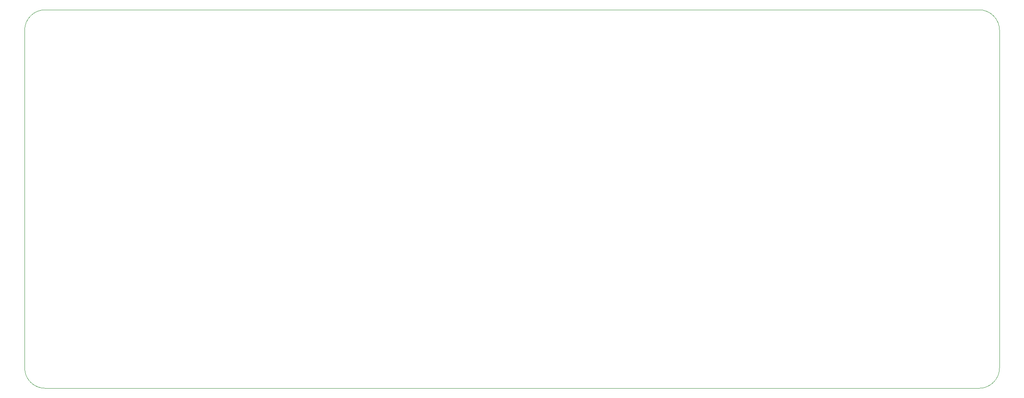
<source format=gm1>
%TF.GenerationSoftware,KiCad,Pcbnew,(6.0.0)*%
%TF.CreationDate,2022-01-10T09:23:07+09:00*%
%TF.ProjectId,orca_pcb,6f726361-5f70-4636-922e-6b696361645f,rev?*%
%TF.SameCoordinates,Original*%
%TF.FileFunction,Profile,NP*%
%FSLAX46Y46*%
G04 Gerber Fmt 4.6, Leading zero omitted, Abs format (unit mm)*
G04 Created by KiCad (PCBNEW (6.0.0)) date 2022-01-10 09:23:07*
%MOMM*%
%LPD*%
G01*
G04 APERTURE LIST*
%TA.AperFunction,Profile*%
%ADD10C,0.100000*%
%TD*%
G04 APERTURE END LIST*
D10*
X197750000Y78500000D02*
X4250000Y78500000D01*
X202000000Y4250000D02*
X202000000Y74250000D01*
X4250000Y0D02*
X197750000Y0D01*
X0Y74250000D02*
X0Y4250000D01*
X0Y4250000D02*
G75*
G03*
X4250000Y0I4250000J0D01*
G01*
X197750000Y0D02*
G75*
G03*
X202000000Y4250000I0J4250000D01*
G01*
X202000000Y74250000D02*
G75*
G03*
X197750000Y78500000I-4250000J0D01*
G01*
X4250000Y78500000D02*
G75*
G03*
X0Y74250000I0J-4250000D01*
G01*
M02*

</source>
